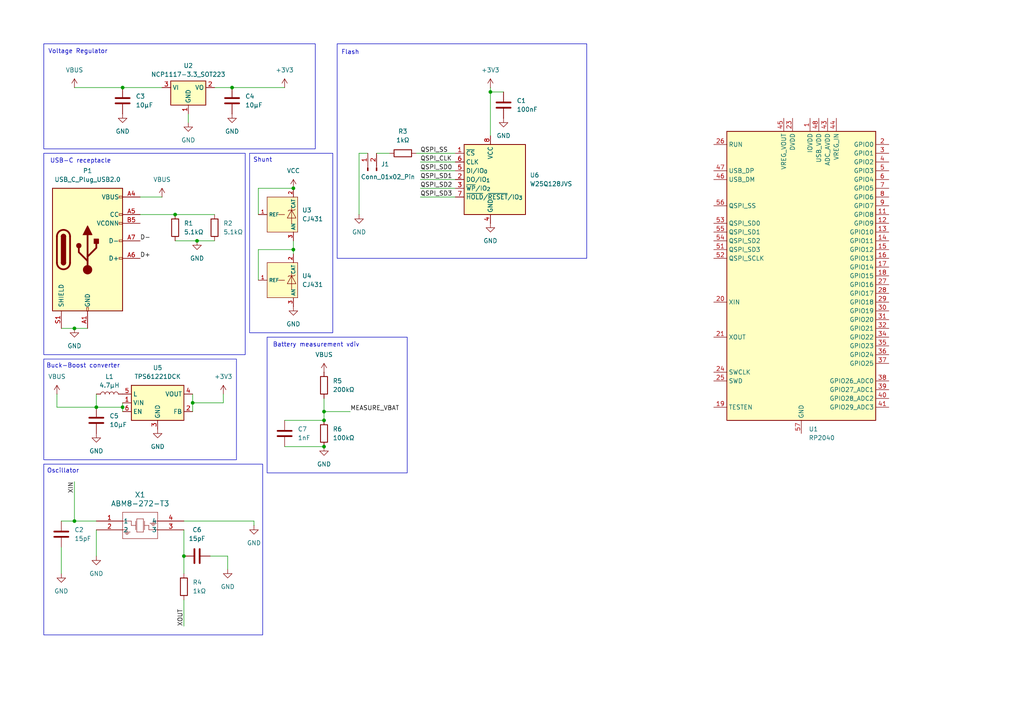
<source format=kicad_sch>
(kicad_sch (version 20250114) (generator "eeschema") (generator_version "9.0")
  (paper "A4")
  (lib_symbols
    (symbol "2025-03-29_06-13-32:ABM8-272-T3" (pin_names (offset 0.254))
      (property "Reference" "X" (at 12.7 7.62 0))
      (property "Value" "ABM8-272-T3" (at 12.7 5.08 0))
      (symbol "ABM8-272-T3_0_1"
        (polyline (pts (xy 7.62 2.54) (xy 7.62 -5.08)) (stroke (width 0.127)))
        (polyline (pts (xy 7.62 -2.54) (xy 8.89 -2.54)) (stroke (width 0.127)))
        (polyline (pts (xy 7.62 -5.08) (xy 17.78 -5.08)) (stroke (width 0.127)))
        (polyline (pts (xy 7.9375 -3.175) (xy 9.8425 -3.175)) (stroke (width 0.127)))
        (polyline (pts (xy 8.255 -3.4925) (xy 9.525 -3.4925)) (stroke (width 0.127)))
        (polyline (pts (xy 8.5725 -3.81) (xy 9.2075 -3.81)) (stroke (width 0.127)))
        (polyline (pts (xy 8.89 -2.54) (xy 8.89 -3.175)) (stroke (width 0.127)))
        (polyline (pts (xy 10.16 0) (xy 7.62 0)) (stroke (width 0.127)))
        (polyline (pts (xy 10.16 -1.27) (xy 10.16 0)) (stroke (width 0.127)))
        (polyline (pts (xy 11.43 0) (xy 11.43 -2.54)) (stroke (width 0.127)))
        (polyline (pts (xy 11.43 -1.27) (xy 10.16 -1.27)) (stroke (width 0.127)))
        (polyline (pts (xy 11.7475 0.635) (xy 11.7475 -3.175)) (stroke (width 0.127)))
        (polyline (pts (xy 11.7475 -3.175) (xy 13.6525 -3.175)) (stroke (width 0.127)))
        (polyline (pts (xy 13.6525 0.635) (xy 11.7475 0.635)) (stroke (width 0.127)))
        (polyline (pts (xy 13.6525 -3.175) (xy 13.6525 0.635)) (stroke (width 0.127)))
        (polyline (pts (xy 13.97 0) (xy 13.97 -2.54)) (stroke (width 0.127)))
        (polyline (pts (xy 13.97 -1.27) (xy 15.24 -1.27)) (stroke (width 0.127)))
        (polyline (pts (xy 15.24 -1.27) (xy 15.24 -2.54)) (stroke (width 0.127)))
        (polyline (pts (xy 15.24 -2.54) (xy 17.78 -2.54)) (stroke (width 0.127)))
        (polyline (pts (xy 16.51 0) (xy 16.51 -0.635)) (stroke (width 0.127)))
        (polyline (pts (xy 16.8275 -1.27) (xy 16.1925 -1.27)) (stroke (width 0.127)))
        (polyline (pts (xy 17.145 -0.9525) (xy 15.875 -0.9525)) (stroke (width 0.127)))
        (polyline (pts (xy 17.4625 -0.635) (xy 15.5575 -0.635)) (stroke (width 0.127)))
        (polyline (pts (xy 17.78 2.54) (xy 7.62 2.54)) (stroke (width 0.127)))
        (polyline (pts (xy 17.78 0) (xy 16.51 0)) (stroke (width 0.127)))
        (polyline (pts (xy 17.78 -5.08) (xy 17.78 2.54)) (stroke (width 0.127)))
        (pin unspecified line (at 0 0 0) (length 7.62) (name "1") (number "1"))
        (pin unspecified line (at 0 -2.54 0) (length 7.62) (name "2") (number "2"))
        (pin unspecified line (at 25.4 0 180) (length 7.62) (name "4") (number "4"))
        (pin unspecified line (at 25.4 -2.54 180) (length 7.62) (name "3") (number "3"))
      )
    )
    (symbol "Connector:Conn_01x02_Pin" (pin_names (offset 1.016) (hide yes))
      (property "Reference" "J" (at 0 2.54 0))
      (property "Value" "Conn_01x02_Pin" (at 0 -5.08 0))
      (symbol "Conn_01x02_Pin_1_1"
        (rectangle (start 0.8636 0.127) (end 0 -0.127) (stroke (width 0.1524)) (fill (type outline)))
        (rectangle (start 0.8636 -2.413) (end 0 -2.667) (stroke (width 0.1524)) (fill (type outline)))
        (polyline (pts (xy 1.27 0) (xy 0.8636 0)) (stroke (width 0.1524)))
        (polyline (pts (xy 1.27 -2.54) (xy 0.8636 -2.54)) (stroke (width 0.1524)))
        (pin passive line (at 5.08 0 180) (length 3.81) (name "Pin_1") (number "1"))
        (pin passive line (at 5.08 -2.54 180) (length 3.81) (name "Pin_2") (number "2"))
      )
    )
    (symbol "Connector:USB_C_Plug_USB2.0" (pin_names (offset 1.016))
      (property "Reference" "P" (at -10.16 19.05 0))
      (property "Value" "USB_C_Plug_USB2.0" (at 12.7 19.05 0))
      (symbol "USB_C_Plug_USB2.0_0_0"
        (rectangle (start -0.254 -17.78) (end 0.254 -16.764))
        (rectangle (start 10.16 15.494) (end 9.144 14.986))
        (rectangle (start 10.16 10.414) (end 9.144 9.906))
        (rectangle (start 10.16 7.874) (end 9.144 7.366))
        (rectangle (start 10.16 2.794) (end 9.144 2.286))
        (rectangle (start 10.16 -2.286) (end 9.144 -2.794))
      )
      (symbol "USB_C_Plug_USB2.0_0_1"
        (rectangle (start -10.16 17.78) (end 10.16 -17.78) (stroke (width 0.254)) (fill (type background)))
        (polyline (pts (xy -8.89 -3.81) (xy -8.89 3.81)) (stroke (width 0.508)))
        (rectangle (start -7.62 -3.81) (end -6.35 3.81) (stroke (width 0.254)) (fill (type outline)))
        (arc (start -7.62 3.81) (mid -6.985 4.4423) (end -6.35 3.81) (stroke (width 0.254)))
        (arc (start -7.62 3.81) (mid -6.985 4.4423) (end -6.35 3.81) (stroke (width 0.254)) (fill (type outline)))
        (arc (start -8.89 3.81) (mid -6.985 5.7067) (end -5.08 3.81) (stroke (width 0.508)))
        (arc (start -5.08 -3.81) (mid -6.985 -5.7067) (end -8.89 -3.81) (stroke (width 0.508)))
        (arc (start -6.35 -3.81) (mid -6.985 -4.4423) (end -7.62 -3.81) (stroke (width 0.254)))
        (arc (start -6.35 -3.81) (mid -6.985 -4.4423) (end -7.62 -3.81) (stroke (width 0.254)) (fill (type outline)))
        (polyline (pts (xy -5.08 3.81) (xy -5.08 -3.81)) (stroke (width 0.508)))
        (circle (center -2.54 1.143) (radius 0.635) (stroke (width 0.254)) (fill (type outline)))
        (polyline (pts (xy -1.27 4.318) (xy 0 6.858) (xy 1.27 4.318) (xy -1.27 4.318)) (stroke (width 0.254)) (fill (type outline)))
        (polyline (pts (xy 0 -2.032) (xy 2.54 0.508) (xy 2.54 1.778)) (stroke (width 0.508)))
        (polyline (pts (xy 0 -3.302) (xy -2.54 -0.762) (xy -2.54 0.508)) (stroke (width 0.508)))
        (polyline (pts (xy 0 -5.842) (xy 0 4.318)) (stroke (width 0.508)))
        (circle (center 0 -5.842) (radius 1.27) (fill (type outline)))
        (rectangle (start 1.905 1.778) (end 3.175 3.048) (stroke (width 0.254)) (fill (type outline)))
      )
      (symbol "USB_C_Plug_USB2.0_1_1"
        (pin passive line (at -7.62 -22.86 90) (length 5.08) (name "SHIELD") (number "S1"))
        (pin passive line (at 0 -22.86 90) (length 5.08) (name "GND") (number "A1"))
        (pin passive line (at 0 -22.86 90) (length 5.08) (hide yes) (name "GND") (number "A12"))
        (pin passive line (at 0 -22.86 90) (length 5.08) (hide yes) (name "GND") (number "B1"))
        (pin passive line (at 0 -22.86 90) (length 5.08) (hide yes) (name "GND") (number "B12"))
        (pin passive line (at 15.24 15.24 180) (length 5.08) (name "VBUS") (number "A4"))
        (pin passive line (at 15.24 15.24 180) (length 5.08) (hide yes) (name "VBUS") (number "A9"))
        (pin passive line (at 15.24 15.24 180) (length 5.08) (hide yes) (name "VBUS") (number "B4"))
        (pin passive line (at 15.24 15.24 180) (length 5.08) (hide yes) (name "VBUS") (number "B9"))
        (pin bidirectional line (at 15.24 10.16 180) (length 5.08) (name "CC") (number "A5"))
        (pin bidirectional line (at 15.24 7.62 180) (length 5.08) (name "VCONN") (number "B5"))
        (pin bidirectional line (at 15.24 2.54 180) (length 5.08) (name "D-") (number "A7"))
        (pin bidirectional line (at 15.24 -2.54 180) (length 5.08) (name "D+") (number "A6"))
      )
    )
    (symbol "Device:C" (pin_numbers (hide yes)) (pin_names (offset 0.254))
      (property "Reference" "C" (at 0.635 2.54 0))
      (property "Value" "C" (at 0.635 -2.54 0))
      (symbol "C_0_1"
        (polyline (pts (xy -2.032 0.762) (xy 2.032 0.762)) (stroke (width 0.508)))
        (polyline (pts (xy -2.032 -0.762) (xy 2.032 -0.762)) (stroke (width 0.508)))
      )
      (symbol "C_1_1"
        (pin passive line (at 0 3.81 270) (length 2.794) (name "~") (number "1"))
        (pin passive line (at 0 -3.81 90) (length 2.794) (name "~") (number "2"))
      )
    )
    (symbol "Device:L" (pin_numbers (hide yes)) (pin_names (offset 1.016) (hide yes))
      (property "Reference" "L" (at -1.27 0 90))
      (property "Value" "L" (at 1.905 0 90))
      (symbol "L_0_1"
        (arc (start 0 2.54) (mid 0.6323 1.905) (end 0 1.27))
        (arc (start 0 1.27) (mid 0.6323 0.635) (end 0 0))
        (arc (start 0 0) (mid 0.6323 -0.635) (end 0 -1.27))
        (arc (start 0 -1.27) (mid 0.6323 -1.905) (end 0 -2.54))
      )
      (symbol "L_1_1"
        (pin passive line (at 0 3.81 270) (length 1.27) (name "1") (number "1"))
        (pin passive line (at 0 -3.81 90) (length 1.27) (name "2") (number "2"))
      )
    )
    (symbol "Device:R" (pin_numbers (hide yes)) (pin_names (offset 0))
      (property "Reference" "R" (at 2.032 0 90))
      (property "Value" "R" (at 0 0 90))
      (symbol "R_0_1"
        (rectangle (start -1.016 -2.54) (end 1.016 2.54) (stroke (width 0.254)))
      )
      (symbol "R_1_1"
        (pin passive line (at 0 3.81 270) (length 1.27) (name "~") (number "1"))
        (pin passive line (at 0 -3.81 90) (length 1.27) (name "~") (number "2"))
      )
    )
    (symbol "MCU_RaspberryPi:RP2040"
      (property "Reference" "U" (at 17.78 45.72 0))
      (property "Value" "RP2040" (at 17.78 43.18 0))
      (symbol "RP2040_0_1"
        (rectangle (start -21.59 41.91) (end 21.59 -41.91) (stroke (width 0.254)) (fill (type background)))
      )
      (symbol "RP2040_1_1"
        (pin input line (at -25.4 38.1 0) (length 3.81) (name "RUN") (number "26"))
        (pin bidirectional line (at -25.4 30.48 0) (length 3.81) (name "USB_DP") (number "47"))
        (pin bidirectional line (at -25.4 27.94 0) (length 3.81) (name "USB_DM") (number "46"))
        (pin bidirectional line (at -25.4 20.32 0) (length 3.81) (name "QSPI_SS") (number "56"))
        (pin bidirectional line (at -25.4 15.24 0) (length 3.81) (name "QSPI_SD0") (number "53"))
        (pin bidirectional line (at -25.4 12.7 0) (length 3.81) (name "QSPI_SD1") (number "55"))
        (pin bidirectional line (at -25.4 10.16 0) (length 3.81) (name "QSPI_SD2") (number "54"))
        (pin bidirectional line (at -25.4 7.62 0) (length 3.81) (name "QSPI_SD3") (number "51"))
        (pin output line (at -25.4 5.08 0) (length 3.81) (name "QSPI_SCLK") (number "52"))
        (pin input line (at -25.4 -7.62 0) (length 3.81) (name "XIN") (number "20"))
        (pin passive line (at -25.4 -17.78 0) (length 3.81) (name "XOUT") (number "21"))
        (pin input line (at -25.4 -27.94 0) (length 3.81) (name "SWCLK") (number "24"))
        (pin bidirectional line (at -25.4 -30.48 0) (length 3.81) (name "SWD") (number "25"))
        (pin input line (at -25.4 -38.1 0) (length 3.81) (name "TESTEN") (number "19"))
        (pin power_out line (at -5.08 45.72 270) (length 3.81) (name "VREG_VOUT") (number "45"))
        (pin power_in line (at -2.54 45.72 270) (length 3.81) (name "DVDD") (number "23"))
        (pin passive line (at -2.54 45.72 270) (length 3.81) (hide yes) (name "DVDD") (number "50"))
        (pin power_in line (at 0 -45.72 90) (length 3.81) (name "GND") (number "57"))
        (pin power_in line (at 2.54 45.72 270) (length 3.81) (name "IOVDD") (number "1"))
        (pin passive line (at 2.54 45.72 270) (length 3.81) (hide yes) (name "IOVDD") (number "10"))
        (pin passive line (at 2.54 45.72 270) (length 3.81) (hide yes) (name "IOVDD") (number "22"))
        (pin passive line (at 2.54 45.72 270) (length 3.81) (hide yes) (name "IOVDD") (number "33"))
        (pin passive line (at 2.54 45.72 270) (length 3.81) (hide yes) (name "IOVDD") (number "42"))
        (pin passive line (at 2.54 45.72 270) (length 3.81) (hide yes) (name "IOVDD") (number "49"))
        (pin power_in line (at 5.08 45.72 270) (length 3.81) (name "USB_VDD") (number "48"))
        (pin power_in line (at 7.62 45.72 270) (length 3.81) (name "ADC_AVDD") (number "43"))
        (pin power_in line (at 10.16 45.72 270) (length 3.81) (name "VREG_IN") (number "44"))
        (pin bidirectional line (at 25.4 38.1 180) (length 3.81) (name "GPIO0") (number "2"))
        (pin bidirectional line (at 25.4 35.56 180) (length 3.81) (name "GPIO1") (number "3"))
        (pin bidirectional line (at 25.4 33.02 180) (length 3.81) (name "GPIO2") (number "4"))
        (pin bidirectional line (at 25.4 30.48 180) (length 3.81) (name "GPIO3") (number "5"))
        (pin bidirectional line (at 25.4 27.94 180) (length 3.81) (name "GPIO4") (number "6"))
        (pin bidirectional line (at 25.4 25.4 180) (length 3.81) (name "GPIO5") (number "7"))
        (pin bidirectional line (at 25.4 22.86 180) (length 3.81) (name "GPIO6") (number "8"))
        (pin bidirectional line (at 25.4 20.32 180) (length 3.81) (name "GPIO7") (number "9"))
        (pin bidirectional line (at 25.4 17.78 180) (length 3.81) (name "GPIO8") (number "11"))
        (pin bidirectional line (at 25.4 15.24 180) (length 3.81) (name "GPIO9") (number "12"))
        (pin bidirectional line (at 25.4 12.7 180) (length 3.81) (name "GPIO10") (number "13"))
        (pin bidirectional line (at 25.4 10.16 180) (length 3.81) (name "GPIO11") (number "14"))
        (pin bidirectional line (at 25.4 7.62 180) (length 3.81) (name "GPIO12") (number "15"))
        (pin bidirectional line (at 25.4 5.08 180) (length 3.81) (name "GPIO13") (number "16"))
        (pin bidirectional line (at 25.4 2.54 180) (length 3.81) (name "GPIO14") (number "17"))
        (pin bidirectional line (at 25.4 0 180) (length 3.81) (name "GPIO15") (number "18"))
        (pin bidirectional line (at 25.4 -2.54 180) (length 3.81) (name "GPIO16") (number "27"))
        (pin bidirectional line (at 25.4 -5.08 180) (length 3.81) (name "GPIO17") (number "28"))
        (pin bidirectional line (at 25.4 -7.62 180) (length 3.81) (name "GPIO18") (number "29"))
        (pin bidirectional line (at 25.4 -10.16 180) (length 3.81) (name "GPIO19") (number "30"))
        (pin bidirectional line (at 25.4 -12.7 180) (length 3.81) (name "GPIO20") (number "31"))
        (pin bidirectional line (at 25.4 -15.24 180) (length 3.81) (name "GPIO21") (number "32"))
        (pin bidirectional line (at 25.4 -17.78 180) (length 3.81) (name "GPIO22") (number "34"))
        (pin bidirectional line (at 25.4 -20.32 180) (length 3.81) (name "GPIO23") (number "35"))
        (pin bidirectional line (at 25.4 -22.86 180) (length 3.81) (name "GPIO24") (number "36"))
        (pin bidirectional line (at 25.4 -25.4 180) (length 3.81) (name "GPIO25") (number "37"))
        (pin bidirectional line (at 25.4 -30.48 180) (length 3.81) (name "GPIO26_ADC0") (number "38"))
        (pin bidirectional line (at 25.4 -33.02 180) (length 3.81) (name "GPIO27_ADC1") (number "39"))
        (pin bidirectional line (at 25.4 -35.56 180) (length 3.81) (name "GPIO28_ADC2") (number "40"))
        (pin bidirectional line (at 25.4 -38.1 180) (length 3.81) (name "GPIO29_ADC3") (number "41"))
      )
    )
    (symbol "Memory_Flash:W25Q128JVS"
      (property "Reference" "U" (at -6.35 11.43 0))
      (property "Value" "W25Q128JVS" (at 7.62 11.43 0))
      (symbol "W25Q128JVS_0_1"
        (rectangle (start -7.62 10.16) (end 10.16 -10.16) (stroke (width 0.254)) (fill (type background)))
      )
      (symbol "W25Q128JVS_1_1"
        (pin input line (at -10.16 7.62 0) (length 2.54) (name "~{CS}") (number "1"))
        (pin input line (at -10.16 5.08 0) (length 2.54) (name "CLK") (number "6"))
        (pin bidirectional line (at -10.16 2.54 0) (length 2.54) (name "DI/IO_{0}") (number "5"))
        (pin bidirectional line (at -10.16 0 0) (length 2.54) (name "DO/IO_{1}") (number "2"))
        (pin bidirectional line (at -10.16 -2.54 0) (length 2.54) (name "~{WP}/IO_{2}") (number "3"))
        (pin bidirectional line (at -10.16 -5.08 0) (length 2.54) (name "~{HOLD}/~{RESET}/IO_{3}") (number "7"))
        (pin power_in line (at 0 12.7 270) (length 2.54) (name "VCC") (number "8"))
        (pin power_in line (at 0 -12.7 90) (length 2.54) (name "GND") (number "4"))
      )
    )
    (symbol "PCM_JLCPCB-Power:Ref, 2-36V, 100mA, CJ431"
      (property "Reference" "U" (at 0 1.27 0))
      (property "Value" "CJ431" (at -3.048 7.366 0))
      (symbol "Ref, 2-36V, 100mA, CJ431_0_1"
        (rectangle (start -2.54 5.08) (end 6.35 -5.08) (fill (type background)))
        (polyline (pts (xy 0.762 0) (xy 2.54 0)))
        (polyline (pts (xy 3.81 1.27) (xy 3.556 1.016)))
        (polyline (pts (xy 3.81 1.27) (xy 5.334 1.27) (xy 5.588 1.524)))
        (polyline (pts (xy 4.572 2.286) (xy 4.572 -2.794)))
        (polyline (pts (xy 4.572 1.27) (xy 3.302 -1.016) (xy 5.842 -1.016) (xy 4.572 1.27)))
      )
      (symbol "Ref, 2-36V, 100mA, CJ431_1_1"
        (pin unspecified line (at -5.08 0 0) (length 2.56) (name "REF") (number "1"))
        (pin unspecified line (at 5.08 7.62 270) (length 2.56) (name "CAT") (number "2"))
        (pin unspecified line (at 5.08 -7.62 90) (length 2.56) (name "AN") (number "3"))
      )
    )
    (symbol "Regulator_Linear:NCP1117-3.3_SOT223"
      (property "Reference" "U" (at -3.81 3.175 0))
      (property "Value" "NCP1117-3.3_SOT223" (at 0 3.175 0))
      (symbol "NCP1117-3.3_SOT223_0_1"
        (rectangle (start -5.08 -5.08) (end 5.08 1.905) (stroke (width 0.254)) (fill (type background)))
      )
      (symbol "NCP1117-3.3_SOT223_1_1"
        (pin power_in line (at -7.62 0 0) (length 2.54) (name "VI") (number "3"))
        (pin power_in line (at 0 -7.62 90) (length 2.54) (name "GND") (number "1"))
        (pin power_out line (at 7.62 0 180) (length 2.54) (name "VO") (number "2"))
      )
    )
    (symbol "Regulator_Switching:TPS61221DCK"
      (property "Reference" "U" (at -7.62 6.35 0))
      (property "Value" "TPS61221DCK" (at 2.54 6.35 0))
      (symbol "TPS61221DCK_0_1"
        (rectangle (start -7.62 5.08) (end 7.62 -5.08) (stroke (width 0.254)) (fill (type background)))
      )
      (symbol "TPS61221DCK_1_1"
        (pin power_in line (at -10.16 2.54 0) (length 2.54) (name "L") (number "5"))
        (pin power_in line (at -10.16 0 0) (length 2.54) (name "VIN") (number "1"))
        (pin input line (at -10.16 -2.54 0) (length 2.54) (name "EN") (number "6"))
        (pin power_in line (at 0 -7.62 90) (length 2.54) (name "GND") (number "3"))
        (pin power_out line (at 10.16 2.54 180) (length 2.54) (name "VOUT") (number "4"))
        (pin input line (at 10.16 -2.54 180) (length 2.54) (name "FB") (number "2"))
      )
    )
    (symbol "power:+3V3" (power) (pin_numbers (hide yes)) (pin_names (offset 0) (hide yes))
      (property "Value" "+3V3" (at 0 3.556 0))
      (symbol "+3V3_0_1"
        (polyline (pts (xy -0.762 1.27) (xy 0 2.54)))
        (polyline (pts (xy 0 2.54) (xy 0.762 1.27)))
        (polyline (pts (xy 0 0) (xy 0 2.54)))
      )
      (symbol "+3V3_1_1"
        (pin power_in line (at 0 0 90) (length 0) (name "~") (number "1"))
      )
    )
    (symbol "power:GND" (power) (pin_numbers (hide yes)) (pin_names (offset 0) (hide yes))
      (property "Value" "GND" (at 0 -3.81 0))
      (symbol "GND_0_1"
        (polyline (pts (xy 0 0) (xy 0 -1.27) (xy 1.27 -1.27) (xy 0 -2.54) (xy -1.27 -1.27) (xy 0 -1.27)))
      )
      (symbol "GND_1_1"
        (pin power_in line (at 0 0 270) (length 0) (name "~") (number "1"))
      )
    )
    (symbol "power:VBUS" (power) (pin_numbers (hide yes)) (pin_names (offset 0) (hide yes))
      (property "Value" "VBUS" (at 0 3.556 0))
      (symbol "VBUS_0_1"
        (polyline (pts (xy -0.762 1.27) (xy 0 2.54)))
        (polyline (pts (xy 0 2.54) (xy 0.762 1.27)))
        (polyline (pts (xy 0 0) (xy 0 2.54)))
      )
      (symbol "VBUS_1_1"
        (pin power_in line (at 0 0 90) (length 0) (name "~") (number "1"))
      )
    )
    (symbol "power:VCC" (power) (pin_numbers (hide yes)) (pin_names (offset 0) (hide yes))
      (property "Value" "VCC" (at 0 3.556 0))
      (symbol "VCC_0_1"
        (polyline (pts (xy -0.762 1.27) (xy 0 2.54)))
        (polyline (pts (xy 0 2.54) (xy 0.762 1.27)))
        (polyline (pts (xy 0 0) (xy 0 2.54)))
      )
      (symbol "VCC_1_1"
        (pin power_in line (at 0 0 90) (length 0) (name "~") (number "1"))
      )
    )
  )
  (rectangle (start 12.7 12.7) (end 91.44 43.18))
  (rectangle (start 72.39 44.45) (end 96.52 96.52))
  (rectangle (start 12.7 134.62) (end 76.2 184.15))
  (rectangle (start 12.7 104.14) (end 68.58 133.35))
  (rectangle (start 77.47 97.79) (end 118.11 137.16))
  (rectangle (start 97.79 12.7) (end 170.18 74.93))
  (rectangle (start 12.7 44.45) (end 71.12 102.87))
  (text "Buck-Boost converter" (at 24.13 106.172 0) (effects (font (size 1.27 1.27))))
  (text "Battery measurement vdiv" (at 91.694 100.076 0) (effects (font (size 1.27 1.27))))
  (text "Shunt" (at 76.2 46.482 0) (effects (font (size 1.27 1.27))))
  (text "Voltage Regulator" (at 22.606 14.986 0) (effects (font (size 1.27 1.27))))
  (text "Oscillator" (at 18.288 136.652 0) (effects (font (size 1.27 1.27))))
  (text "Flash" (at 101.6 15.24 0) (effects (font (size 1.27 1.27))))
  (text "USB-C receptacle" (at 23.368 46.736 0) (effects (font (size 1.27 1.27))))
  (junction (at 35.56 25.4))
  (junction (at 93.98 129.54))
  (junction (at 21.59 151.13))
  (junction (at 85.09 54.61))
  (junction (at 27.94 118.11))
  (junction (at 21.59 95.25))
  (junction (at 55.88 116.84))
  (junction (at 85.09 72.39))
  (junction (at 57.15 69.85))
  (junction (at 142.24 26.67))
  (junction (at 93.98 121.92))
  (junction (at 53.34 161.29))
  (junction (at 50.8 62.23))
  (junction (at 93.98 119.38))
  (junction (at 67.31 25.4))
  (junction (at 35.56 118.11))
  (wire (pts (xy 121.92 57.15) (xy 132.08 57.15)))
  (wire (pts (xy 21.59 151.13) (xy 27.94 151.13)))
  (wire (pts (xy 55.88 114.3) (xy 55.88 116.84)))
  (wire (pts (xy 121.92 52.07) (xy 132.08 52.07)))
  (wire (pts (xy 93.98 119.38) (xy 93.98 121.92)))
  (wire (pts (xy 16.51 114.3) (xy 16.51 118.11)))
  (wire (pts (xy 82.55 121.92) (xy 93.98 121.92)))
  (wire (pts (xy 93.98 115.57) (xy 93.98 119.38)))
  (wire (pts (xy 121.92 46.99) (xy 132.08 46.99)))
  (wire (pts (xy 74.93 54.61) (xy 85.09 54.61)))
  (wire (pts (xy 16.51 118.11) (xy 27.94 118.11)))
  (wire (pts (xy 55.88 116.84) (xy 55.88 119.38)))
  (wire (pts (xy 21.59 95.25) (xy 25.4 95.25)))
  (wire (pts (xy 55.88 116.84) (xy 64.77 116.84)))
  (wire (pts (xy 74.93 62.23) (xy 74.93 54.61)))
  (wire (pts (xy 62.23 25.4) (xy 67.31 25.4)))
  (wire (pts (xy 21.59 139.7) (xy 21.59 151.13)))
  (wire (pts (xy 106.68 44.45) (xy 104.14 44.45)))
  (wire (pts (xy 17.78 151.13) (xy 21.59 151.13)))
  (wire (pts (xy 53.34 153.67) (xy 53.34 161.29)))
  (wire (pts (xy 50.8 69.85) (xy 57.15 69.85)))
  (wire (pts (xy 27.94 118.11) (xy 35.56 118.11)))
  (wire (pts (xy 142.24 25.4) (xy 142.24 26.67)))
  (wire (pts (xy 121.92 54.61) (xy 132.08 54.61)))
  (wire (pts (xy 40.64 62.23) (xy 50.8 62.23)))
  (wire (pts (xy 60.96 161.29) (xy 66.04 161.29)))
  (wire (pts (xy 85.09 69.85) (xy 85.09 72.39)))
  (wire (pts (xy 54.61 33.02) (xy 54.61 35.56)))
  (wire (pts (xy 109.22 44.45) (xy 113.03 44.45)))
  (wire (pts (xy 73.66 152.4) (xy 73.66 151.13)))
  (wire (pts (xy 40.64 57.15) (xy 46.99 57.15)))
  (wire (pts (xy 101.6 119.38) (xy 93.98 119.38)))
  (wire (pts (xy 21.59 25.4) (xy 35.56 25.4)))
  (wire (pts (xy 35.56 118.11) (xy 35.56 119.38)))
  (wire (pts (xy 64.77 116.84) (xy 64.77 114.3)))
  (wire (pts (xy 74.93 72.39) (xy 85.09 72.39)))
  (wire (pts (xy 120.65 44.45) (xy 132.08 44.45)))
  (wire (pts (xy 67.31 25.4) (xy 82.55 25.4)))
  (wire (pts (xy 53.34 173.99) (xy 53.34 181.61)))
  (wire (pts (xy 27.94 114.3) (xy 27.94 118.11)))
  (wire (pts (xy 50.8 62.23) (xy 62.23 62.23)))
  (wire (pts (xy 27.94 161.29) (xy 27.94 153.67)))
  (wire (pts (xy 142.24 26.67) (xy 146.05 26.67)))
  (wire (pts (xy 66.04 161.29) (xy 66.04 165.1)))
  (wire (pts (xy 35.56 25.4) (xy 46.99 25.4)))
  (wire (pts (xy 17.78 158.75) (xy 17.78 166.37)))
  (wire (pts (xy 35.56 116.84) (xy 35.56 118.11)))
  (wire (pts (xy 121.92 49.53) (xy 132.08 49.53)))
  (wire (pts (xy 74.93 81.28) (xy 74.93 72.39)))
  (wire (pts (xy 104.14 44.45) (xy 104.14 62.23)))
  (wire (pts (xy 57.15 69.85) (xy 62.23 69.85)))
  (wire (pts (xy 85.09 72.39) (xy 85.09 73.66)))
  (wire (pts (xy 82.55 129.54) (xy 93.98 129.54)))
  (wire (pts (xy 142.24 26.67) (xy 142.24 39.37)))
  (wire (pts (xy 17.78 95.25) (xy 21.59 95.25)))
  (wire (pts (xy 53.34 161.29) (xy 53.34 166.37)))
  (wire (pts (xy 73.66 151.13) (xy 53.34 151.13)))
  (label "QSPI_SD3" (at 121.92 57.15 0))
  (label "QSPI_SD0" (at 121.92 49.53 0))
  (label "QSPI_SS" (at 121.92 44.45 0))
  (label "XOUT" (at 53.34 181.61 90))
  (label "QSPI_SD1" (at 121.92 52.07 0))
  (label "XIN" (at 21.59 139.7 270))
  (label "QSPI_SD2" (at 121.92 54.61 0))
  (label "D+" (at 40.64 74.93 0))
  (label "D-" (at 40.64 69.85 0))
  (label "MEASURE_VBAT" (at 101.6 119.38 0))
  (label "QSPI_CLK" (at 121.92 46.99 0))
  (symbol (lib_id "Memory_Flash:W25Q128JVS") (at 142.24 52.07 0) (unit 1)
    (property "Reference" "U6" (at 153.67 50.7999 0) (effects (justify left)))
    (property "Value" "W25Q128JVS" (at 153.67 53.3399 0) (effects (justify left)))
    (property "Footprint" "Package_SO:SOIC-8_5.3x5.3mm_P1.27mm" (effects (hide yes)))
    (property "Datasheet" "https://www.winbond.com/resource-files/w25q128jv_dtr%20revc%2003272018%20plus.pdf" (effects (hide yes)))
    (property "Description" "128Mbit / 16MiB Serial Flash Memory, Standard/Dual/Quad SPI, 2.7-3.6V, SOIC-8" (effects (hide yes)))
  )
  (symbol (lib_id "power:+3V3") (at 64.77 114.3 0) (unit 1)
    (property "Reference" "#PWR016" (effects (hide yes)))
    (property "Value" "+3V3" (at 64.77 109.22 0))
    (property "Description" "Power symbol creates a global label with name \"+3V3\"" (effects (hide yes)))
  )
  (symbol (lib_id "Device:C") (at 35.56 29.21 0) (unit 1)
    (property "Reference" "C3" (at 39.37 27.9399 0) (effects (justify left)))
    (property "Value" "10µF" (at 39.37 30.4799 0) (effects (justify left)))
    (property "Description" "Unpolarized capacitor" (effects (hide yes)))
  )
  (symbol (lib_id "power:GND") (at 17.78 166.37 0) (unit 1)
    (property "Reference" "#PWR021" (effects (hide yes)))
    (property "Value" "GND" (at 17.78 171.45 0))
    (property "Description" "Power symbol creates a global label with name \"GND\" , ground" (effects (hide yes)))
  )
  (symbol (lib_id "power:GND") (at 57.15 69.85 0) (unit 1)
    (property "Reference" "#PWR08" (effects (hide yes)))
    (property "Value" "GND" (at 57.15 74.93 0))
    (property "Description" "Power symbol creates a global label with name \"GND\" , ground" (effects (hide yes)))
  )
  (symbol (lib_id "power:GND") (at 66.04 165.1 0) (unit 1)
    (property "Reference" "#PWR022" (effects (hide yes)))
    (property "Value" "GND" (at 66.04 170.18 0))
    (property "Description" "Power symbol creates a global label with name \"GND\" , ground" (effects (hide yes)))
  )
  (symbol (lib_id "power:GND") (at 27.94 161.29 0) (unit 1)
    (property "Reference" "#PWR019" (effects (hide yes)))
    (property "Value" "GND" (at 27.94 166.37 0))
    (property "Description" "Power symbol creates a global label with name \"GND\" , ground" (effects (hide yes)))
  )
  (symbol (lib_id "power:GND") (at 85.09 88.9 0) (unit 1)
    (property "Reference" "#PWR012" (effects (hide yes)))
    (property "Value" "GND" (at 85.09 93.98 0))
    (property "Description" "Power symbol creates a global label with name \"GND\" , ground" (effects (hide yes)))
  )
  (symbol (lib_id "power:GND") (at 27.94 125.73 0) (unit 1)
    (property "Reference" "#PWR014" (effects (hide yes)))
    (property "Value" "GND" (at 27.94 130.81 0))
    (property "Description" "Power symbol creates a global label with name \"GND\" , ground" (effects (hide yes)))
  )
  (symbol (lib_id "Device:C") (at 82.55 125.73 180) (unit 1)
    (property "Reference" "C7" (at 86.36 124.4599 0) (effects (justify right)))
    (property "Value" "1nF" (at 86.36 126.9999 0) (effects (justify right)))
    (property "Description" "Unpolarized capacitor" (effects (hide yes)))
  )
  (symbol (lib_id "power:VBUS") (at 21.59 25.4 0) (unit 1)
    (property "Reference" "#PWR01" (effects (hide yes)))
    (property "Value" "VBUS" (at 21.59 20.32 0))
    (property "Description" "Power symbol creates a global label with name \"VBUS\"" (effects (hide yes)))
  )
  (symbol (lib_id "power:GND") (at 67.31 33.02 0) (unit 1)
    (property "Reference" "#PWR05" (effects (hide yes)))
    (property "Value" "GND" (at 67.31 38.1 0))
    (property "Description" "Power symbol creates a global label with name \"GND\" , ground" (effects (hide yes)))
  )
  (symbol (lib_id "Connector:USB_C_Plug_USB2.0") (at 25.4 72.39 0) (unit 1)
    (property "Reference" "P1" (at 25.4 49.53 0))
    (property "Value" "USB_C_Plug_USB2.0" (at 25.4 52.07 0))
    (property "Datasheet" "https://www.usb.org/sites/default/files/documents/usb_type-c.zip" (effects (hide yes)))
    (property "Description" "USB 2.0-only Type-C Plug connector" (effects (hide yes)))
  )
  (symbol (lib_id "Device:L") (at 31.75 114.3 90) (unit 1)
    (property "Reference" "L1" (at 31.75 109.22 90))
    (property "Value" "4.7µH" (at 31.75 111.76 90))
    (property "Footprint" "Inductor_SMD:L_1210_3225Metric" (effects (hide yes)))
    (property "Description" "Inductor" (effects (hide yes)))
  )
  (symbol (lib_id "power:VBUS") (at 16.51 114.3 0) (unit 1)
    (property "Reference" "#PWR013" (effects (hide yes)))
    (property "Value" "VBUS" (at 16.51 109.22 0))
    (property "Description" "Power symbol creates a global label with name \"VBUS\"" (effects (hide yes)))
  )
  (symbol (lib_id "Device:C") (at 146.05 30.48 0) (unit 1)
    (property "Reference" "C1" (at 149.86 29.2099 0) (effects (justify left)))
    (property "Value" "100nF" (at 149.86 31.7499 0) (effects (justify left)))
    (property "Description" "Unpolarized capacitor" (effects (hide yes)))
  )
  (symbol (lib_id "Device:R") (at 116.84 44.45 90) (unit 1)
    (property "Reference" "R3" (at 116.84 38.1 90))
    (property "Value" "1kΩ" (at 116.84 40.64 90))
    (property "Description" "Resistor" (effects (hide yes)))
  )
  (symbol (lib_id "power:+3V3") (at 82.55 25.4 0) (unit 1)
    (property "Reference" "#PWR07" (effects (hide yes)))
    (property "Value" "+3V3" (at 82.55 20.32 0))
    (property "Description" "Power symbol creates a global label with name \"+3V3\"" (effects (hide yes)))
  )
  (symbol (lib_id "Connector:Conn_01x02_Pin") (at 106.68 49.53 90) (unit 1)
    (property "Reference" "J1" (at 110.49 47.6249 90) (effects (justify right)))
    (property "Value" "Conn_01x02_Pin" (at 104.648 51.308 90) (effects (justify right)))
    (property "Footprint" "Connector_PinHeader_2.00mm:PinHeader_1x02_P2.00mm_Vertical" (effects (hide yes)))
    (property "Description" "Generic connector, single row, 01x02, script generated" (effects (hide yes)))
  )
  (symbol (lib_id "power:GND") (at 45.72 124.46 0) (unit 1)
    (property "Reference" "#PWR015" (effects (hide yes)))
    (property "Value" "GND" (at 45.72 129.54 0))
    (property "Description" "Power symbol creates a global label with name \"GND\" , ground" (effects (hide yes)))
  )
  (symbol (lib_id "power:GND") (at 146.05 34.29 0) (unit 1)
    (property "Reference" "#PWR06" (effects (hide yes)))
    (property "Value" "GND" (at 146.05 39.37 0))
    (property "Description" "Power symbol creates a global label with name \"GND\" , ground" (effects (hide yes)))
  )
  (symbol (lib_id "power:GND") (at 93.98 129.54 0) (unit 1)
    (property "Reference" "#PWR024" (effects (hide yes)))
    (property "Value" "GND" (at 93.98 134.62 0))
    (property "Description" "Power symbol creates a global label with name \"GND\" , ground" (effects (hide yes)))
  )
  (symbol (lib_id "PCM_JLCPCB-Power:Ref, 2-36V, 100mA, CJ431") (at 80.01 81.28 0) (unit 1)
    (property "Reference" "U4" (at 87.63 80.0099 0) (effects (justify left)))
    (property "Value" "CJ431" (at 87.63 82.5499 0) (effects (justify left)))
    (property "Footprint" "PCM_JLCPCB:SOT-23-3_L2.9-W1.6-P1.90-LS2.8-BR" (effects (hide yes)))
    (property "Datasheet" "https://www.lcsc.com/datasheet/lcsc_datasheet_2304140030_Jiangsu-Changjing-Electronics-Technology-Co---Ltd--CJ431_C3113.pdf" (effects (hide yes)))
    (property "Description" "2.5V~36V ±0.5% 100mA Adjustable SOT-23 Voltage Reference ROHS" (effects (hide yes)))
    (property "LCSC" "C3113" (effects (hide yes)))
    (property "Stock" "199179" (effects (hide yes)))
    (property "Price" "0.035USD" (effects (hide yes)))
    (property "Process" "SMT" (effects (hide yes)))
    (property "Minimum Qty" "5" (effects (hide yes)))
    (property "Attrition Qty" "4" (effects (hide yes)))
    (property "Class" "Basic Component" (effects (hide yes)))
    (property "Category" "Power Management ICs,Voltage References" (effects (hide yes)))
    (property "Manufacturer" "Changjiang Electronics Tech (CJ)" (effects (hide yes)))
    (property "Part" "CJ431" (effects (hide yes)))
    (property "Output Voltage" "2.5V~36V" (effects (hide yes)))
    (property "Temperature Coefficient" "50ppm/°C" (effects (hide yes)))
    (property "Minimum Cathode Current For Regulation" "1mA" (effects (hide yes)))
    (property "Tolerance" "±0.5%" (effects (hide yes)))
    (property "Output Current" "100mA" (effects (hide yes)))
    (property "Output Type" "Adjustable" (effects (hide yes)))
    (property "Operating Temperature" "-25°C~+85°C@(Ta)" (effects (hide yes)))
  )
  (symbol (lib_id "power:+3V3") (at 142.24 25.4 0) (unit 1)
    (property "Reference" "#PWR02" (effects (hide yes)))
    (property "Value" "+3V3" (at 142.24 20.32 0))
    (property "Description" "Power symbol creates a global label with name \"+3V3\"" (effects (hide yes)))
  )
  (symbol (lib_id "power:VBUS") (at 46.99 57.15 0) (unit 1)
    (property "Reference" "#PWR09" (effects (hide yes)))
    (property "Value" "VBUS" (at 46.99 52.07 0))
    (property "Description" "Power symbol creates a global label with name \"VBUS\"" (effects (hide yes)))
  )
  (symbol (lib_id "power:GND") (at 104.14 62.23 0) (unit 1)
    (property "Reference" "#PWR018" (effects (hide yes)))
    (property "Value" "GND" (at 104.14 67.31 0))
    (property "Description" "Power symbol creates a global label with name \"GND\" , ground" (effects (hide yes)))
  )
  (symbol (lib_id "Device:C") (at 17.78 154.94 180) (unit 1)
    (property "Reference" "C2" (at 21.59 153.6699 0) (effects (justify right)))
    (property "Value" "15pF" (at 21.59 156.2099 0) (effects (justify right)))
    (property "Description" "Unpolarized capacitor" (effects (hide yes)))
  )
  (symbol (lib_id "2025-03-29_06-13-32:ABM8-272-T3") (at 27.94 151.13 0) (unit 1)
    (property "Reference" "X1" (at 40.64 143.51 0) (effects (font (size 1.524 1.524))))
    (property "Value" "ABM8-272-T3" (at 40.64 146.05 0) (effects (font (size 1.524 1.524))))
    (property "Footprint" "ABM8-272-T3_ABR" (effects (hide yes)))
    (property "Datasheet" "ABM8-272-T3" (effects (hide yes)))
  )
  (symbol (lib_id "power:GND") (at 21.59 95.25 0) (unit 1)
    (property "Reference" "#PWR010" (effects (hide yes)))
    (property "Value" "GND" (at 21.59 100.33 0))
    (property "Description" "Power symbol creates a global label with name \"GND\" , ground" (effects (hide yes)))
  )
  (symbol (lib_id "power:GND") (at 35.56 33.02 0) (unit 1)
    (property "Reference" "#PWR03" (effects (hide yes)))
    (property "Value" "GND" (at 35.56 38.1 0))
    (property "Description" "Power symbol creates a global label with name \"GND\" , ground" (effects (hide yes)))
  )
  (symbol (lib_id "Regulator_Switching:TPS61221DCK") (at 45.72 116.84 0) (unit 1)
    (property "Reference" "U5" (at 45.72 106.68 0))
    (property "Value" "TPS61221DCK" (at 45.72 109.22 0))
    (property "Footprint" "Package_TO_SOT_SMD:SOT-23-5" (effects (hide yes)))
    (property "Datasheet" "http://www.ti.com/lit/ds/symlink/tps61220.pdf" (effects (hide yes)))
    (property "Description" "400 mA Step-Up Converter, Fixed 3.3V Output Voltage, 0.7-5.5V Input Voltage, SC-70" (effects (hide yes)))
  )
  (symbol (lib_id "power:GND") (at 54.61 35.56 0) (unit 1)
    (property "Reference" "#PWR04" (effects (hide yes)))
    (property "Value" "GND" (at 54.61 40.64 0))
    (property "Description" "Power symbol creates a global label with name \"GND\" , ground" (effects (hide yes)))
  )
  (symbol (lib_id "Device:R") (at 50.8 66.04 0) (unit 1)
    (property "Reference" "R1" (at 53.34 64.7699 0) (effects (justify left)))
    (property "Value" "5.1kΩ" (at 53.34 67.3099 0) (effects (justify left)))
    (property "Description" "Resistor" (effects (hide yes)))
  )
  (symbol (lib_id "Device:R") (at 93.98 111.76 0) (unit 1)
    (property "Reference" "R5" (at 96.52 110.4899 0) (effects (justify left)))
    (property "Value" "200kΩ" (at 96.52 113.0299 0) (effects (justify left)))
    (property "Description" "Resistor" (effects (hide yes)))
  )
  (symbol (lib_id "Regulator_Linear:NCP1117-3.3_SOT223") (at 54.61 25.4 0) (unit 1)
    (property "Reference" "U2" (at 54.61 19.05 0))
    (property "Value" "NCP1117-3.3_SOT223" (at 54.61 21.59 0))
    (property "Footprint" "Package_TO_SOT_SMD:SOT-223-3_TabPin2" (effects (hide yes)))
    (property "Datasheet" "http://www.onsemi.com/pub_link/Collateral/NCP1117-D.PDF" (effects (hide yes)))
    (property "Description" "1A Low drop-out regulator, Fixed Output 3.3V, SOT-223" (effects (hide yes)))
  )
  (symbol (lib_id "power:VCC") (at 85.09 54.61 0) (unit 1)
    (property "Reference" "#PWR011" (effects (hide yes)))
    (property "Value" "VCC" (at 85.09 49.53 0))
    (property "Description" "Power symbol creates a global label with name \"VCC\"" (effects (hide yes)))
  )
  (symbol (lib_id "power:GND") (at 142.24 64.77 0) (unit 1)
    (property "Reference" "#PWR017" (effects (hide yes)))
    (property "Value" "GND" (at 142.24 69.85 0))
    (property "Description" "Power symbol creates a global label with name \"GND\" , ground" (effects (hide yes)))
  )
  (symbol (lib_id "Device:R") (at 93.98 125.73 0) (unit 1)
    (property "Reference" "R6" (at 96.52 124.4599 0) (effects (justify left)))
    (property "Value" "100kΩ" (at 96.52 126.9999 0) (effects (justify left)))
    (property "Description" "Resistor" (effects (hide yes)))
  )
  (symbol (lib_id "Device:R") (at 53.34 170.18 0) (unit 1)
    (property "Reference" "R4" (at 55.88 168.9099 0) (effects (justify left)))
    (property "Value" "1kΩ" (at 55.88 171.4499 0) (effects (justify left)))
    (property "Description" "Resistor" (effects (hide yes)))
  )
  (symbol (lib_id "power:GND") (at 73.66 152.4 0) (unit 1)
    (property "Reference" "#PWR020" (effects (hide yes)))
    (property "Value" "GND" (at 73.66 157.48 0))
    (property "Description" "Power symbol creates a global label with name \"GND\" , ground" (effects (hide yes)))
  )
  (symbol (lib_id "Device:R") (at 62.23 66.04 0) (unit 1)
    (property "Reference" "R2" (at 64.77 64.7699 0) (effects (justify left)))
    (property "Value" "5.1kΩ" (at 64.77 67.3099 0) (effects (justify left)))
    (property "Description" "Resistor" (effects (hide yes)))
  )
  (symbol (lib_id "Device:C") (at 27.94 121.92 0) (unit 1)
    (property "Reference" "C5" (at 31.75 120.6499 0) (effects (justify left)))
    (property "Value" "10µF" (at 31.75 123.1899 0) (effects (justify left)))
    (property "Description" "Unpolarized capacitor" (effects (hide yes)))
  )
  (symbol (lib_id "PCM_JLCPCB-Power:Ref, 2-36V, 100mA, CJ431") (at 80.01 62.23 0) (unit 1)
    (property "Reference" "U3" (at 87.63 60.9599 0) (effects (justify left)))
    (property "Value" "CJ431" (at 87.63 63.4999 0) (effects (justify left)))
    (property "Footprint" "PCM_JLCPCB:SOT-23-3_L2.9-W1.6-P1.90-LS2.8-BR" (effects (hide yes)))
    (property "Datasheet" "https://www.lcsc.com/datasheet/lcsc_datasheet_2304140030_Jiangsu-Changjing-Electronics-Technology-Co---Ltd--CJ431_C3113.pdf" (effects (hide yes)))
    (property "Description" "2.5V~36V ±0.5% 100mA Adjustable SOT-23 Voltage Reference ROHS" (effects (hide yes)))
    (property "LCSC" "C3113" (effects (hide yes)))
    (property "Stock" "199179" (effects (hide yes)))
    (property "Price" "0.035USD" (effects (hide yes)))
    (property "Process" "SMT" (effects (hide yes)))
    (property "Minimum Qty" "5" (effects (hide yes)))
    (property "Attrition Qty" "4" (effects (hide yes)))
    (property "Class" "Basic Component" (effects (hide yes)))
    (property "Category" "Power Management ICs,Voltage References" (effects (hide yes)))
    (property "Manufacturer" "Changjiang Electronics Tech (CJ)" (effects (hide yes)))
    (property "Part" "CJ431" (effects (hide yes)))
    (property "Output Voltage" "2.5V~36V" (effects (hide yes)))
    (property "Temperature Coefficient" "50ppm/°C" (effects (hide yes)))
    (property "Minimum Cathode Current For Regulation" "1mA" (effects (hide yes)))
    (property "Tolerance" "±0.5%" (effects (hide yes)))
    (property "Output Current" "100mA" (effects (hide yes)))
    (property "Output Type" "Adjustable" (effects (hide yes)))
    (property "Operating Temperature" "-25°C~+85°C@(Ta)" (effects (hide yes)))
  )
  (symbol (lib_id "power:VBUS") (at 93.98 107.95 0) (unit 1)
    (property "Reference" "#PWR023" (effects (hide yes)))
    (property "Value" "VBUS" (at 93.98 102.87 0))
    (property "Description" "Power symbol creates a global label with name \"VBUS\"" (effects (hide yes)))
  )
  (symbol (lib_id "Device:C") (at 67.31 29.21 0) (unit 1)
    (property "Reference" "C4" (at 71.12 27.9399 0) (effects (justify left)))
    (property "Value" "10µF" (at 71.12 30.4799 0) (effects (justify left)))
    (property "Description" "Unpolarized capacitor" (effects (hide yes)))
  )
  (symbol (lib_id "MCU_RaspberryPi:RP2040") (at 232.41 80.01 0) (unit 1)
    (property "Reference" "U1" (at 234.5533 124.46 0) (effects (justify left)))
    (property "Value" "RP2040" (at 234.5533 127 0) (effects (justify left)))
    (property "Footprint" "Package_DFN_QFN:QFN-56-1EP_7x7mm_P0.4mm_EP3.2x3.2mm" (effects (hide yes)))
    (property "Datasheet" "https://datasheets.raspberrypi.com/rp2040/rp2040-datasheet.pdf" (effects (hide yes)))
    (property "Description" "A microcontroller by Raspberry Pi" (effects (hide yes)))
  )
  (symbol (lib_id "Device:C") (at 57.15 161.29 90) (unit 1)
    (property "Reference" "C6" (at 57.15 153.67 90))
    (property "Value" "15pF" (at 57.15 156.21 90))
    (property "Description" "Unpolarized capacitor" (effects (hide yes)))
  )
)
</source>
